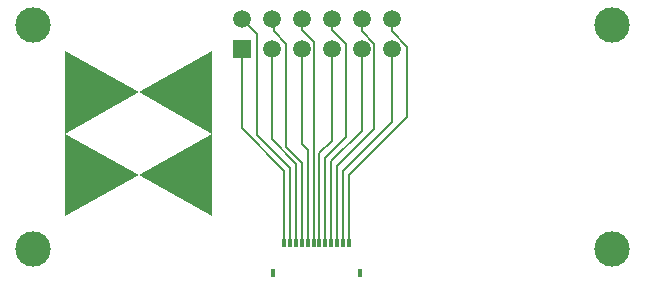
<source format=gtl>
G04*
G04 #@! TF.GenerationSoftware,Altium Limited,Altium Designer,23.8.1 (32)*
G04*
G04 Layer_Physical_Order=1*
G04 Layer_Color=255*
%FSLAX44Y44*%
%MOMM*%
G71*
G04*
G04 #@! TF.SameCoordinates,C3666710-2670-402F-B92E-87204BB45A74*
G04*
G04*
G04 #@! TF.FilePolarity,Positive*
G04*
G01*
G75*
%ADD12R,0.3000X0.8000*%
%ADD13R,0.4000X0.8000*%
%ADD19C,0.2040*%
%ADD20C,3.0000*%
%ADD21C,1.5000*%
%ADD22R,1.5000X1.5000*%
G36*
X181577Y197592D02*
Y197156D01*
Y196894D01*
Y196458D01*
Y195934D01*
Y195323D01*
Y194624D01*
Y193751D01*
Y192791D01*
Y191656D01*
Y190434D01*
Y189037D01*
Y187466D01*
Y185720D01*
Y183712D01*
Y181617D01*
Y179347D01*
Y176815D01*
Y174109D01*
Y171141D01*
Y167910D01*
Y164506D01*
Y160926D01*
Y156998D01*
Y152808D01*
Y148355D01*
Y143641D01*
Y138665D01*
Y133427D01*
X181577Y127840D01*
Y58000D01*
X119288Y92920D01*
X181577Y127840D01*
X119288Y162760D01*
X181577Y197680D01*
Y197592D01*
D02*
G37*
G36*
X119288Y162760D02*
X57000Y127840D01*
X119288Y92920D01*
X57000Y58000D01*
Y127840D01*
X57000Y133427D01*
Y138665D01*
Y143641D01*
Y148355D01*
Y152808D01*
Y156998D01*
Y160926D01*
Y164506D01*
Y167910D01*
Y171141D01*
Y174109D01*
Y176815D01*
Y179347D01*
Y181616D01*
Y183712D01*
Y185720D01*
Y187466D01*
Y189037D01*
Y190434D01*
Y191656D01*
Y192791D01*
Y193751D01*
Y194624D01*
Y195323D01*
Y195934D01*
Y196458D01*
Y196894D01*
Y197156D01*
Y197592D01*
Y197680D01*
X119288Y162760D01*
D02*
G37*
D12*
X242500Y35222D02*
D03*
X247500D02*
D03*
X252500D02*
D03*
X257500D02*
D03*
X262500D02*
D03*
X267500D02*
D03*
X272500D02*
D03*
X277500D02*
D03*
X282500D02*
D03*
X287500D02*
D03*
X292500D02*
D03*
X297500D02*
D03*
D13*
X307000Y10222D02*
D03*
X233000D02*
D03*
D19*
X297500Y35222D02*
Y92500D01*
X347000Y142000D01*
Y201000D01*
X333500Y214500D02*
Y224840D01*
Y214500D02*
X347000Y201000D01*
X292500Y35222D02*
Y96500D01*
X333500Y137500D02*
Y199440D01*
X292500Y96500D02*
X333500Y137500D01*
X287500Y35222D02*
Y100500D01*
X319000Y132000D01*
X308100Y224840D02*
X308194Y224746D01*
Y214280D02*
Y224746D01*
Y214280D02*
X319000Y203474D01*
Y132000D02*
Y203474D01*
X282500Y35222D02*
Y104500D01*
X308100Y130100D01*
X277500Y107500D02*
X295000Y125000D01*
Y203794D01*
X282700Y121947D02*
Y199440D01*
X272500Y111748D02*
X282700Y121947D01*
X308100Y130100D02*
Y199440D01*
X219501Y126499D02*
Y211839D01*
X206500Y224840D02*
X219501Y211839D01*
X283319Y215475D02*
Y224221D01*
X282700Y224840D02*
X283319Y224221D01*
Y215475D02*
X295000Y203794D01*
X257839Y215475D02*
Y224301D01*
X267860Y35582D02*
Y205454D01*
X257300Y224840D02*
X257839Y224301D01*
Y215475D02*
X267860Y205454D01*
X277500Y35222D02*
Y107500D01*
X272500Y35222D02*
Y111748D01*
X267500Y35222D02*
X267860Y35582D01*
X262500Y35222D02*
Y114247D01*
X257300Y119447D02*
X262500Y114247D01*
X257300Y119447D02*
Y199440D01*
X231900Y123100D02*
X252500Y102500D01*
Y35222D02*
Y102500D01*
X244000Y116770D02*
X257500Y103270D01*
X244000Y116770D02*
Y204000D01*
X257500Y35222D02*
Y103270D01*
X233720Y214280D02*
X244000Y204000D01*
X231900Y224840D02*
X233720Y223020D01*
Y214280D02*
Y223020D01*
X231900Y123100D02*
Y199440D01*
X219501Y126499D02*
X247500Y98500D01*
Y35222D02*
Y98500D01*
X206500Y132500D02*
Y199440D01*
Y132500D02*
X242500Y96500D01*
Y35222D02*
Y96500D01*
D20*
X30000Y30000D02*
D03*
X520000D02*
D03*
Y220000D02*
D03*
X30000D02*
D03*
D21*
X333500Y224840D02*
D03*
X308100D02*
D03*
X282700D02*
D03*
X257300D02*
D03*
X231900D02*
D03*
X206500D02*
D03*
X333500Y199440D02*
D03*
X308100D02*
D03*
X282700D02*
D03*
X257300D02*
D03*
X231900D02*
D03*
D22*
X206500D02*
D03*
M02*

</source>
